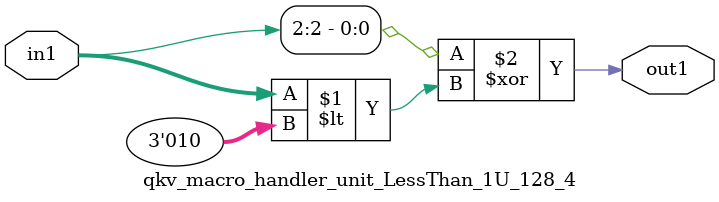
<source format=v>

`timescale 1ps / 1ps


module qkv_macro_handler_unit_LessThan_1U_128_4( in1, out1 );

    input [2:0] in1;
    output out1;

    
    // rtl_process:qkv_macro_handler_unit_LessThan_1U_128_4/qkv_macro_handler_unit_LessThan_1U_128_4_thread_1
    assign out1 = (in1[2] ^ in1 < 3'd2);

endmodule


</source>
